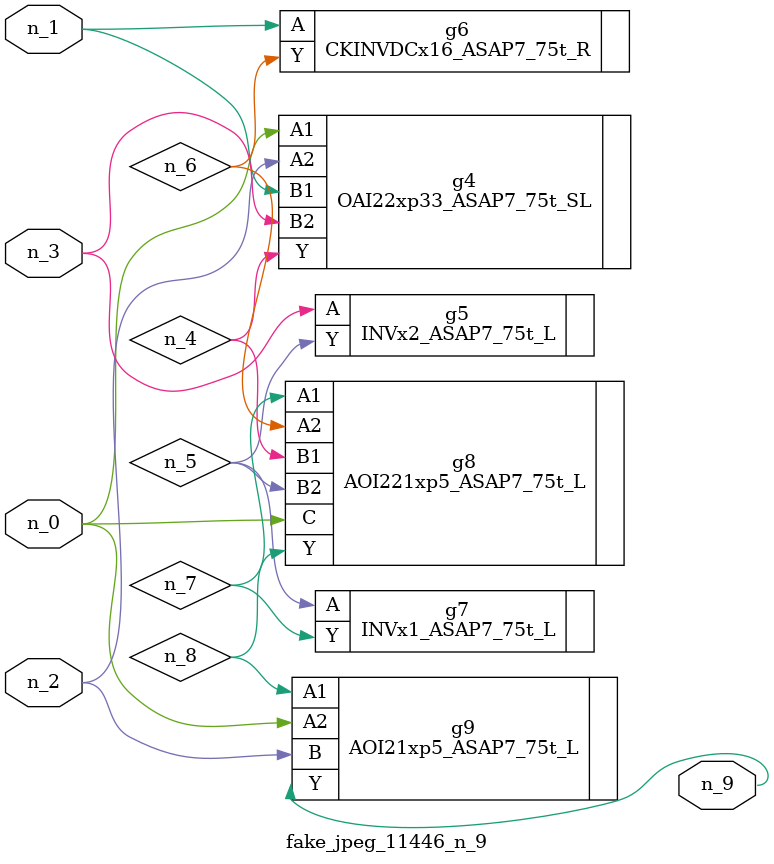
<source format=v>
module fake_jpeg_11446_n_9 (n_0, n_3, n_2, n_1, n_9);

input n_0;
input n_3;
input n_2;
input n_1;

output n_9;

wire n_4;
wire n_8;
wire n_6;
wire n_5;
wire n_7;

OAI22xp33_ASAP7_75t_SL g4 ( 
.A1(n_0),
.A2(n_2),
.B1(n_1),
.B2(n_3),
.Y(n_4)
);

INVx2_ASAP7_75t_L g5 ( 
.A(n_3),
.Y(n_5)
);

CKINVDCx16_ASAP7_75t_R g6 ( 
.A(n_1),
.Y(n_6)
);

INVx1_ASAP7_75t_L g7 ( 
.A(n_5),
.Y(n_7)
);

AOI221xp5_ASAP7_75t_L g8 ( 
.A1(n_7),
.A2(n_6),
.B1(n_4),
.B2(n_5),
.C(n_0),
.Y(n_8)
);

AOI21xp5_ASAP7_75t_L g9 ( 
.A1(n_8),
.A2(n_0),
.B(n_2),
.Y(n_9)
);


endmodule
</source>
